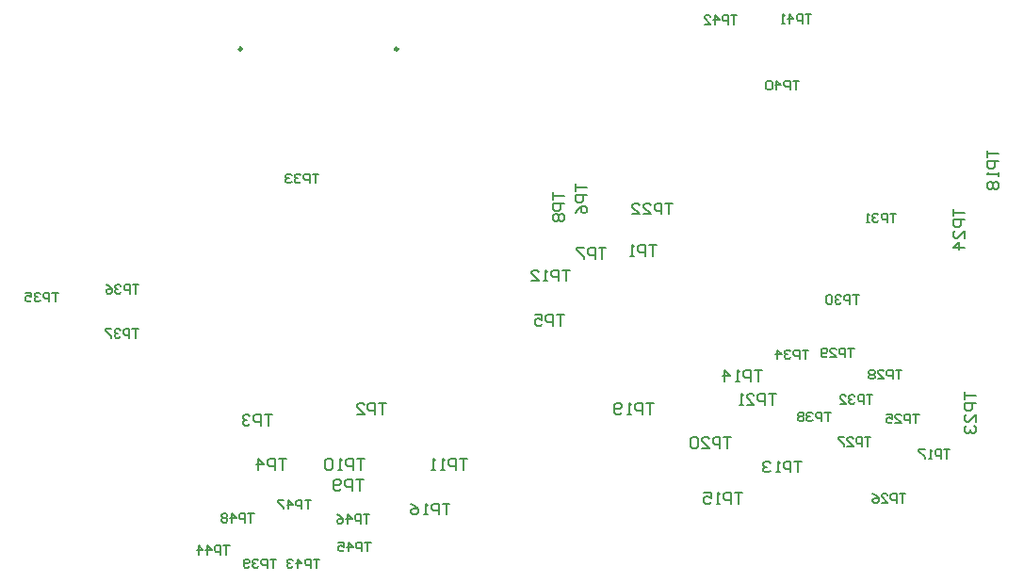
<source format=gbo>
G04 Layer_Color=32896*
%FSLAX25Y25*%
%MOIN*%
G70*
G01*
G75*
%ADD52C,0.01000*%
%ADD56C,0.00787*%
D52*
X135990Y206102D02*
G03*
X135990Y206102I-557J0D01*
G01*
X80872D02*
G03*
X80872Y206102I-557J0D01*
G01*
D56*
X85039Y41731D02*
X82940D01*
X83990D01*
Y38583D01*
X81891D02*
Y41731D01*
X80317D01*
X79792Y41206D01*
Y40157D01*
X80317Y39632D01*
X81891D01*
X77168Y38583D02*
Y41731D01*
X78742Y40157D01*
X76643D01*
X75594Y41206D02*
X75069Y41731D01*
X74019D01*
X73494Y41206D01*
Y40682D01*
X74019Y40157D01*
X73494Y39632D01*
Y39107D01*
X74019Y38583D01*
X75069D01*
X75594Y39107D01*
Y39632D01*
X75069Y40157D01*
X75594Y40682D01*
Y41206D01*
X75069Y40157D02*
X74019D01*
X105118Y46456D02*
X103019D01*
X104069D01*
Y43307D01*
X101970D02*
Y46456D01*
X100395D01*
X99871Y45931D01*
Y44881D01*
X100395Y44357D01*
X101970D01*
X97247Y43307D02*
Y46456D01*
X98821Y44881D01*
X96722D01*
X95672Y46456D02*
X93573D01*
Y45931D01*
X95672Y43832D01*
Y43307D01*
X125984Y41338D02*
X123885D01*
X124935D01*
Y38189D01*
X122836D02*
Y41338D01*
X121261D01*
X120737Y40813D01*
Y39763D01*
X121261Y39239D01*
X122836D01*
X118113Y38189D02*
Y41338D01*
X119687Y39763D01*
X117588D01*
X114439Y41338D02*
X115489Y40813D01*
X116539Y39763D01*
Y38714D01*
X116014Y38189D01*
X114964D01*
X114439Y38714D01*
Y39239D01*
X114964Y39763D01*
X116539D01*
X126378Y31495D02*
X124279D01*
X125328D01*
Y28346D01*
X123229D02*
Y31495D01*
X121655D01*
X121130Y30970D01*
Y29921D01*
X121655Y29396D01*
X123229D01*
X118507Y28346D02*
Y31495D01*
X120081Y29921D01*
X117982D01*
X114833Y31495D02*
X116932D01*
Y29921D01*
X115883Y30446D01*
X115358D01*
X114833Y29921D01*
Y28871D01*
X115358Y28346D01*
X116407D01*
X116932Y28871D01*
X76378Y30314D02*
X74279D01*
X75328D01*
Y27165D01*
X73229D02*
Y30314D01*
X71655D01*
X71130Y29789D01*
Y28740D01*
X71655Y28215D01*
X73229D01*
X68506Y27165D02*
Y30314D01*
X70081Y28740D01*
X67982D01*
X65358Y27165D02*
Y30314D01*
X66932Y28740D01*
X64833D01*
X108268Y25589D02*
X106169D01*
X107218D01*
Y22441D01*
X105119D02*
Y25589D01*
X103545D01*
X103020Y25065D01*
Y24015D01*
X103545Y23491D01*
X105119D01*
X100396Y22441D02*
Y25589D01*
X101971Y24015D01*
X99871D01*
X98822Y25065D02*
X98297Y25589D01*
X97248D01*
X96723Y25065D01*
Y24540D01*
X97248Y24015D01*
X97772D01*
X97248D01*
X96723Y23491D01*
Y22966D01*
X97248Y22441D01*
X98297D01*
X98822Y22966D01*
X92913Y25589D02*
X90814D01*
X91864D01*
Y22441D01*
X89765D02*
Y25589D01*
X88191D01*
X87666Y25065D01*
Y24015D01*
X88191Y23491D01*
X89765D01*
X86616Y25065D02*
X86091Y25589D01*
X85042D01*
X84517Y25065D01*
Y24540D01*
X85042Y24015D01*
X85567D01*
X85042D01*
X84517Y23491D01*
Y22966D01*
X85042Y22441D01*
X86091D01*
X86616Y22966D01*
X83468D02*
X82943Y22441D01*
X81893D01*
X81369Y22966D01*
Y25065D01*
X81893Y25589D01*
X82943D01*
X83468Y25065D01*
Y24540D01*
X82943Y24015D01*
X81369D01*
X227362Y136810D02*
X224738D01*
X226050D01*
Y132874D01*
X223427D02*
Y136810D01*
X221459D01*
X220803Y136154D01*
Y134842D01*
X221459Y134186D01*
X223427D01*
X219491Y132874D02*
X218179D01*
X218835D01*
Y136810D01*
X219491Y136154D01*
X131890Y80707D02*
X129266D01*
X130578D01*
Y76772D01*
X127954D02*
Y80707D01*
X125986D01*
X125330Y80051D01*
Y78740D01*
X125986Y78084D01*
X127954D01*
X121395Y76772D02*
X124018D01*
X121395Y79396D01*
Y80051D01*
X122050Y80707D01*
X123362D01*
X124018Y80051D01*
X91535Y76770D02*
X88912D01*
X90223D01*
Y72835D01*
X87600D02*
Y76770D01*
X85632D01*
X84976Y76114D01*
Y74803D01*
X85632Y74147D01*
X87600D01*
X83664Y76114D02*
X83008Y76770D01*
X81696D01*
X81040Y76114D01*
Y75459D01*
X81696Y74803D01*
X82352D01*
X81696D01*
X81040Y74147D01*
Y73491D01*
X81696Y72835D01*
X83008D01*
X83664Y73491D01*
X96457Y61022D02*
X93833D01*
X95145D01*
Y57087D01*
X92521D02*
Y61022D01*
X90553D01*
X89897Y60366D01*
Y59054D01*
X90553Y58398D01*
X92521D01*
X86617Y57087D02*
Y61022D01*
X88585Y59054D01*
X85961D01*
X194882Y112204D02*
X192258D01*
X193570D01*
Y108268D01*
X190946D02*
Y112204D01*
X188978D01*
X188322Y111548D01*
Y110236D01*
X188978Y109580D01*
X190946D01*
X184387Y112204D02*
X187010D01*
Y110236D01*
X185698Y110891D01*
X185043D01*
X184387Y110236D01*
Y108924D01*
X185043Y108268D01*
X186354D01*
X187010Y108924D01*
X198820Y158465D02*
Y155841D01*
Y157153D01*
X202756D01*
Y154529D02*
X198820D01*
Y152561D01*
X199476Y151905D01*
X200788D01*
X201444Y152561D01*
Y154529D01*
X198820Y147969D02*
X199476Y149281D01*
X200788Y150593D01*
X202100D01*
X202756Y149937D01*
Y148625D01*
X202100Y147969D01*
X201444D01*
X200788Y148625D01*
Y150593D01*
X209646Y135826D02*
X207022D01*
X208334D01*
Y131890D01*
X205710D02*
Y135826D01*
X203742D01*
X203086Y135170D01*
Y133858D01*
X203742Y133202D01*
X205710D01*
X201774Y135826D02*
X199150D01*
Y135170D01*
X201774Y132546D01*
Y131890D01*
X190946Y155512D02*
Y152888D01*
Y154200D01*
X194882D01*
Y151576D02*
X190946D01*
Y149608D01*
X191602Y148952D01*
X192914D01*
X193570Y149608D01*
Y151576D01*
X191602Y147640D02*
X190946Y146984D01*
Y145673D01*
X191602Y145017D01*
X192258D01*
X192914Y145673D01*
X193570Y145017D01*
X194226D01*
X194882Y145673D01*
Y146984D01*
X194226Y147640D01*
X193570D01*
X192914Y146984D01*
X192258Y147640D01*
X191602D01*
X192914Y146984D02*
Y145673D01*
X123684Y53740D02*
X121061D01*
X122372D01*
Y49804D01*
X119749D02*
Y53740D01*
X117781D01*
X117125Y53084D01*
Y51772D01*
X117781Y51116D01*
X119749D01*
X115813Y50460D02*
X115157Y49804D01*
X113845D01*
X113189Y50460D01*
Y53084D01*
X113845Y53740D01*
X115157D01*
X115813Y53084D01*
Y52428D01*
X115157Y51772D01*
X113189D01*
X124016Y61022D02*
X121392D01*
X122704D01*
Y57087D01*
X120080D02*
Y61022D01*
X118112D01*
X117456Y60366D01*
Y59054D01*
X118112Y58398D01*
X120080D01*
X116144Y57087D02*
X114832D01*
X115488D01*
Y61022D01*
X116144Y60366D01*
X112864D02*
X112208Y61022D01*
X110897D01*
X110241Y60366D01*
Y57743D01*
X110897Y57087D01*
X112208D01*
X112864Y57743D01*
Y60366D01*
X160433Y61022D02*
X157809D01*
X159121D01*
Y57087D01*
X156497D02*
Y61022D01*
X154530D01*
X153874Y60366D01*
Y59054D01*
X154530Y58398D01*
X156497D01*
X152562Y57087D02*
X151250D01*
X151906D01*
Y61022D01*
X152562Y60366D01*
X149282Y57087D02*
X147970D01*
X148626D01*
Y61022D01*
X149282Y60366D01*
X196850Y127952D02*
X194227D01*
X195538D01*
Y124016D01*
X192915D02*
Y127952D01*
X190947D01*
X190291Y127295D01*
Y125984D01*
X190947Y125328D01*
X192915D01*
X188979Y124016D02*
X187667D01*
X188323D01*
Y127952D01*
X188979Y127295D01*
X183075Y124016D02*
X185699D01*
X183075Y126640D01*
Y127295D01*
X183731Y127952D01*
X185043D01*
X185699Y127295D01*
X278937Y60235D02*
X276313D01*
X277625D01*
Y56299D01*
X275001D02*
Y60235D01*
X273033D01*
X272377Y59579D01*
Y58267D01*
X273033Y57611D01*
X275001D01*
X271065Y56299D02*
X269754D01*
X270410D01*
Y60235D01*
X271065Y59579D01*
X267786D02*
X267130Y60235D01*
X265818D01*
X265162Y59579D01*
Y58923D01*
X265818Y58267D01*
X266474D01*
X265818D01*
X265162Y57611D01*
Y56955D01*
X265818Y56299D01*
X267130D01*
X267786Y56955D01*
X264764Y92518D02*
X262140D01*
X263452D01*
Y88583D01*
X260828D02*
Y92518D01*
X258860D01*
X258204Y91862D01*
Y90551D01*
X258860Y89895D01*
X260828D01*
X256892Y88583D02*
X255580D01*
X256236D01*
Y92518D01*
X256892Y91862D01*
X251645Y88583D02*
Y92518D01*
X253612Y90551D01*
X250989D01*
X257874Y49211D02*
X255250D01*
X256562D01*
Y45276D01*
X253938D02*
Y49211D01*
X251970D01*
X251314Y48555D01*
Y47243D01*
X251970Y46587D01*
X253938D01*
X250003Y45276D02*
X248691D01*
X249347D01*
Y49211D01*
X250003Y48555D01*
X244099Y49211D02*
X246723D01*
Y47243D01*
X245411Y47899D01*
X244755D01*
X244099Y47243D01*
Y45932D01*
X244755Y45276D01*
X246067D01*
X246723Y45932D01*
X154331Y45274D02*
X151707D01*
X153019D01*
Y41339D01*
X150395D02*
Y45274D01*
X148427D01*
X147771Y44618D01*
Y43306D01*
X148427Y42650D01*
X150395D01*
X146459Y41339D02*
X145147D01*
X145803D01*
Y45274D01*
X146459Y44618D01*
X140556Y45274D02*
X141867Y44618D01*
X143179Y43306D01*
Y41995D01*
X142524Y41339D01*
X141212D01*
X140556Y41995D01*
Y42650D01*
X141212Y43306D01*
X143179D01*
X331299Y64369D02*
X329200D01*
X330250D01*
Y61221D01*
X328151D02*
Y64369D01*
X326576D01*
X326052Y63844D01*
Y62795D01*
X326576Y62270D01*
X328151D01*
X325002Y61221D02*
X323953D01*
X324477D01*
Y64369D01*
X325002Y63844D01*
X322378Y64369D02*
X320279D01*
Y63844D01*
X322378Y61745D01*
Y61221D01*
X344490Y170276D02*
Y167652D01*
Y168964D01*
X348425D01*
Y166340D02*
X344490D01*
Y164372D01*
X345145Y163716D01*
X346457D01*
X347113Y164372D01*
Y166340D01*
X348425Y162404D02*
Y161092D01*
Y161748D01*
X344490D01*
X345145Y162404D01*
Y159124D02*
X344490Y158468D01*
Y157157D01*
X345145Y156500D01*
X345801D01*
X346457Y157157D01*
X347113Y156500D01*
X347769D01*
X348425Y157157D01*
Y158468D01*
X347769Y159124D01*
X347113D01*
X346457Y158468D01*
X345801Y159124D01*
X345145D01*
X346457Y158468D02*
Y157157D01*
X226378Y80707D02*
X223754D01*
X225066D01*
Y76772D01*
X222442D02*
Y80707D01*
X220474D01*
X219818Y80051D01*
Y78740D01*
X220474Y78084D01*
X222442D01*
X218507Y76772D02*
X217195D01*
X217850D01*
Y80707D01*
X218507Y80051D01*
X215227Y77428D02*
X214571Y76772D01*
X213259D01*
X212603Y77428D01*
Y80051D01*
X213259Y80707D01*
X214571D01*
X215227Y80051D01*
Y79396D01*
X214571Y78740D01*
X212603D01*
X253937Y68896D02*
X251313D01*
X252625D01*
Y64961D01*
X250001D02*
Y68896D01*
X248033D01*
X247377Y68240D01*
Y66928D01*
X248033Y66272D01*
X250001D01*
X243442Y64961D02*
X246065D01*
X243442Y67585D01*
Y68240D01*
X244098Y68896D01*
X245410D01*
X246065Y68240D01*
X242130D02*
X241474Y68896D01*
X240162D01*
X239506Y68240D01*
Y65617D01*
X240162Y64961D01*
X241474D01*
X242130Y65617D01*
Y68240D01*
X269882Y84054D02*
X267258D01*
X268570D01*
Y80118D01*
X265946D02*
Y84054D01*
X263978D01*
X263322Y83398D01*
Y82086D01*
X263978Y81430D01*
X265946D01*
X259387Y80118D02*
X262010D01*
X259387Y82742D01*
Y83398D01*
X260043Y84054D01*
X261354D01*
X262010Y83398D01*
X258075Y80118D02*
X256763D01*
X257419D01*
Y84054D01*
X258075Y83398D01*
X233268Y151574D02*
X230644D01*
X231956D01*
Y147638D01*
X229332D02*
Y151574D01*
X227364D01*
X226708Y150918D01*
Y149606D01*
X227364Y148950D01*
X229332D01*
X222772Y147638D02*
X225396D01*
X222772Y150262D01*
Y150918D01*
X223428Y151574D01*
X224740D01*
X225396Y150918D01*
X218837Y147638D02*
X221461D01*
X218837Y150262D01*
Y150918D01*
X219493Y151574D01*
X220805D01*
X221461Y150918D01*
X336615Y84646D02*
Y82022D01*
Y83334D01*
X340551D01*
Y80710D02*
X336615D01*
Y78742D01*
X337271Y78086D01*
X338583D01*
X339239Y78742D01*
Y80710D01*
X340551Y74150D02*
Y76774D01*
X337927Y74150D01*
X337271D01*
X336615Y74806D01*
Y76118D01*
X337271Y76774D01*
Y72838D02*
X336615Y72183D01*
Y70871D01*
X337271Y70215D01*
X337927D01*
X338583Y70871D01*
Y71526D01*
Y70871D01*
X339239Y70215D01*
X339895D01*
X340551Y70871D01*
Y72183D01*
X339895Y72838D01*
X332678Y149606D02*
Y146983D01*
Y148294D01*
X336614D01*
Y145671D02*
X332678D01*
Y143703D01*
X333334Y143047D01*
X334646D01*
X335302Y143703D01*
Y145671D01*
X336614Y139111D02*
Y141735D01*
X333990Y139111D01*
X333334D01*
X332678Y139767D01*
Y141079D01*
X333334Y141735D01*
X336614Y135831D02*
X332678D01*
X334646Y137799D01*
Y135175D01*
X320374Y76869D02*
X318275D01*
X319324D01*
Y73721D01*
X317225D02*
Y76869D01*
X315651D01*
X315126Y76344D01*
Y75295D01*
X315651Y74770D01*
X317225D01*
X311978Y73721D02*
X314077D01*
X311978Y75819D01*
Y76344D01*
X312503Y76869D01*
X313552D01*
X314077Y76344D01*
X308829Y76869D02*
X310928D01*
Y75295D01*
X309879Y75819D01*
X309354D01*
X308829Y75295D01*
Y74245D01*
X309354Y73721D01*
X310403D01*
X310928Y74245D01*
X315551Y48719D02*
X313452D01*
X314502D01*
Y45571D01*
X312403D02*
Y48719D01*
X310828D01*
X310303Y48195D01*
Y47145D01*
X310828Y46620D01*
X312403D01*
X307155Y45571D02*
X309254D01*
X307155Y47670D01*
Y48195D01*
X307680Y48719D01*
X308729D01*
X309254Y48195D01*
X304006Y48719D02*
X305056Y48195D01*
X306105Y47145D01*
Y46096D01*
X305581Y45571D01*
X304531D01*
X304006Y46096D01*
Y46620D01*
X304531Y47145D01*
X306105D01*
X303346Y68700D02*
X301247D01*
X302297D01*
Y65551D01*
X300198D02*
Y68700D01*
X298624D01*
X298099Y68175D01*
Y67125D01*
X298624Y66601D01*
X300198D01*
X294950Y65551D02*
X297049D01*
X294950Y67650D01*
Y68175D01*
X295475Y68700D01*
X296525D01*
X297049Y68175D01*
X293901Y68700D02*
X291802D01*
Y68175D01*
X293901Y66076D01*
Y65551D01*
X314173Y92519D02*
X312074D01*
X313124D01*
Y89370D01*
X311025D02*
Y92519D01*
X309450D01*
X308926Y91994D01*
Y90944D01*
X309450Y90420D01*
X311025D01*
X305777Y89370D02*
X307876D01*
X305777Y91469D01*
Y91994D01*
X306302Y92519D01*
X307351D01*
X307876Y91994D01*
X304728D02*
X304203Y92519D01*
X303153D01*
X302628Y91994D01*
Y91469D01*
X303153Y90944D01*
X302628Y90420D01*
Y89895D01*
X303153Y89370D01*
X304203D01*
X304728Y89895D01*
Y90420D01*
X304203Y90944D01*
X304728Y91469D01*
Y91994D01*
X304203Y90944D02*
X303153D01*
X297360Y100160D02*
X295261D01*
X296310D01*
Y97011D01*
X294211D02*
Y100160D01*
X292637D01*
X292112Y99635D01*
Y98585D01*
X292637Y98061D01*
X294211D01*
X288964Y97011D02*
X291063D01*
X288964Y99110D01*
Y99635D01*
X289488Y100160D01*
X290538D01*
X291063Y99635D01*
X287914Y97536D02*
X287389Y97011D01*
X286340D01*
X285815Y97536D01*
Y99635D01*
X286340Y100160D01*
X287389D01*
X287914Y99635D01*
Y99110D01*
X287389Y98585D01*
X285815D01*
X299114Y119094D02*
X297015D01*
X298065D01*
Y115945D01*
X295966D02*
Y119094D01*
X294391D01*
X293866Y118569D01*
Y117519D01*
X294391Y116994D01*
X295966D01*
X292817Y118569D02*
X292292Y119094D01*
X291243D01*
X290718Y118569D01*
Y118044D01*
X291243Y117519D01*
X291768D01*
X291243D01*
X290718Y116994D01*
Y116470D01*
X291243Y115945D01*
X292292D01*
X292817Y116470D01*
X289668Y118569D02*
X289144Y119094D01*
X288094D01*
X287569Y118569D01*
Y116470D01*
X288094Y115945D01*
X289144D01*
X289668Y116470D01*
Y118569D01*
X312303Y147932D02*
X310204D01*
X311254D01*
Y144783D01*
X309155D02*
Y147932D01*
X307580D01*
X307055Y147407D01*
Y146358D01*
X307580Y145833D01*
X309155D01*
X306006Y147407D02*
X305481Y147932D01*
X304432D01*
X303907Y147407D01*
Y146882D01*
X304432Y146358D01*
X304956D01*
X304432D01*
X303907Y145833D01*
Y145308D01*
X304432Y144783D01*
X305481D01*
X306006Y145308D01*
X302857Y144783D02*
X301808D01*
X302333D01*
Y147932D01*
X302857Y147407D01*
X303937Y83660D02*
X301838D01*
X302888D01*
Y80512D01*
X300788D02*
Y83660D01*
X299214D01*
X298689Y83136D01*
Y82086D01*
X299214Y81561D01*
X300788D01*
X297640Y83136D02*
X297115Y83660D01*
X296065D01*
X295541Y83136D01*
Y82611D01*
X296065Y82086D01*
X296590D01*
X296065D01*
X295541Y81561D01*
Y81037D01*
X296065Y80512D01*
X297115D01*
X297640Y81037D01*
X292392Y80512D02*
X294491D01*
X292392Y82611D01*
Y83136D01*
X292917Y83660D01*
X293967D01*
X294491Y83136D01*
X107865Y161886D02*
X105765D01*
X106815D01*
Y158738D01*
X104716D02*
Y161886D01*
X103142D01*
X102617Y161362D01*
Y160312D01*
X103142Y159787D01*
X104716D01*
X101567Y161362D02*
X101043Y161886D01*
X99993D01*
X99468Y161362D01*
Y160837D01*
X99993Y160312D01*
X100518D01*
X99993D01*
X99468Y159787D01*
Y159263D01*
X99993Y158738D01*
X101043D01*
X101567Y159263D01*
X98419Y161362D02*
X97894Y161886D01*
X96845D01*
X96320Y161362D01*
Y160837D01*
X96845Y160312D01*
X97369D01*
X96845D01*
X96320Y159787D01*
Y159263D01*
X96845Y158738D01*
X97894D01*
X98419Y159263D01*
X281201Y99605D02*
X279102D01*
X280151D01*
Y96457D01*
X278052D02*
Y99605D01*
X276478D01*
X275953Y99080D01*
Y98031D01*
X276478Y97506D01*
X278052D01*
X274904Y99080D02*
X274379Y99605D01*
X273329D01*
X272805Y99080D01*
Y98556D01*
X273329Y98031D01*
X273854D01*
X273329D01*
X272805Y97506D01*
Y96982D01*
X273329Y96457D01*
X274379D01*
X274904Y96982D01*
X270181Y96457D02*
Y99605D01*
X271755Y98031D01*
X269656D01*
X15748Y119881D02*
X13649D01*
X14698D01*
Y116732D01*
X12599D02*
Y119881D01*
X11025D01*
X10500Y119356D01*
Y118307D01*
X11025Y117782D01*
X12599D01*
X9451Y119356D02*
X8926Y119881D01*
X7877D01*
X7352Y119356D01*
Y118831D01*
X7877Y118307D01*
X8401D01*
X7877D01*
X7352Y117782D01*
Y117257D01*
X7877Y116732D01*
X8926D01*
X9451Y117257D01*
X4203Y119881D02*
X6302D01*
Y118307D01*
X5253Y118831D01*
X4728D01*
X4203Y118307D01*
Y117257D01*
X4728Y116732D01*
X5777D01*
X6302Y117257D01*
X44291Y122735D02*
X42192D01*
X43242D01*
Y119587D01*
X41143D02*
Y122735D01*
X39568D01*
X39044Y122210D01*
Y121161D01*
X39568Y120636D01*
X41143D01*
X37994Y122210D02*
X37469Y122735D01*
X36420D01*
X35895Y122210D01*
Y121686D01*
X36420Y121161D01*
X36945D01*
X36420D01*
X35895Y120636D01*
Y120111D01*
X36420Y119587D01*
X37469D01*
X37994Y120111D01*
X32746Y122735D02*
X33796Y122210D01*
X34846Y121161D01*
Y120111D01*
X34321Y119587D01*
X33271D01*
X32746Y120111D01*
Y120636D01*
X33271Y121161D01*
X34846D01*
X44094Y106987D02*
X41995D01*
X43045D01*
Y103839D01*
X40946D02*
Y106987D01*
X39372D01*
X38847Y106462D01*
Y105413D01*
X39372Y104888D01*
X40946D01*
X37797Y106462D02*
X37273Y106987D01*
X36223D01*
X35698Y106462D01*
Y105938D01*
X36223Y105413D01*
X36748D01*
X36223D01*
X35698Y104888D01*
Y104363D01*
X36223Y103839D01*
X37273D01*
X37797Y104363D01*
X34649Y106987D02*
X32550D01*
Y106462D01*
X34649Y104363D01*
Y103839D01*
X289075Y77558D02*
X286976D01*
X288025D01*
Y74410D01*
X285926D02*
Y77558D01*
X284352D01*
X283827Y77033D01*
Y75984D01*
X284352Y75459D01*
X285926D01*
X282778Y77033D02*
X282253Y77558D01*
X281203D01*
X280679Y77033D01*
Y76508D01*
X281203Y75984D01*
X281728D01*
X281203D01*
X280679Y75459D01*
Y74934D01*
X281203Y74410D01*
X282253D01*
X282778Y74934D01*
X279629Y77033D02*
X279104Y77558D01*
X278055D01*
X277530Y77033D01*
Y76508D01*
X278055Y75984D01*
X277530Y75459D01*
Y74934D01*
X278055Y74410D01*
X279104D01*
X279629Y74934D01*
Y75459D01*
X279104Y75984D01*
X279629Y76508D01*
Y77033D01*
X279104Y75984D02*
X278055D01*
X277854Y194881D02*
X275755D01*
X276805D01*
Y191732D01*
X274706D02*
Y194881D01*
X273131D01*
X272607Y194356D01*
Y193307D01*
X273131Y192782D01*
X274706D01*
X269983Y191732D02*
Y194881D01*
X271557Y193307D01*
X269458D01*
X268409Y194356D02*
X267884Y194881D01*
X266834D01*
X266309Y194356D01*
Y192257D01*
X266834Y191732D01*
X267884D01*
X268409Y192257D01*
Y194356D01*
X282283Y218306D02*
X280184D01*
X281234D01*
Y215158D01*
X279135D02*
Y218306D01*
X277561D01*
X277036Y217781D01*
Y216732D01*
X277561Y216207D01*
X279135D01*
X274412Y215158D02*
Y218306D01*
X275986Y216732D01*
X273887D01*
X272838Y215158D02*
X271788D01*
X272313D01*
Y218306D01*
X272838Y217781D01*
X256004Y218109D02*
X253905D01*
X254954D01*
Y214961D01*
X252855D02*
Y218109D01*
X251281D01*
X250756Y217584D01*
Y216535D01*
X251281Y216010D01*
X252855D01*
X248132Y214961D02*
Y218109D01*
X249707Y216535D01*
X247608D01*
X244459Y214961D02*
X246558D01*
X244459Y217060D01*
Y217584D01*
X244984Y218109D01*
X246033D01*
X246558Y217584D01*
M02*

</source>
